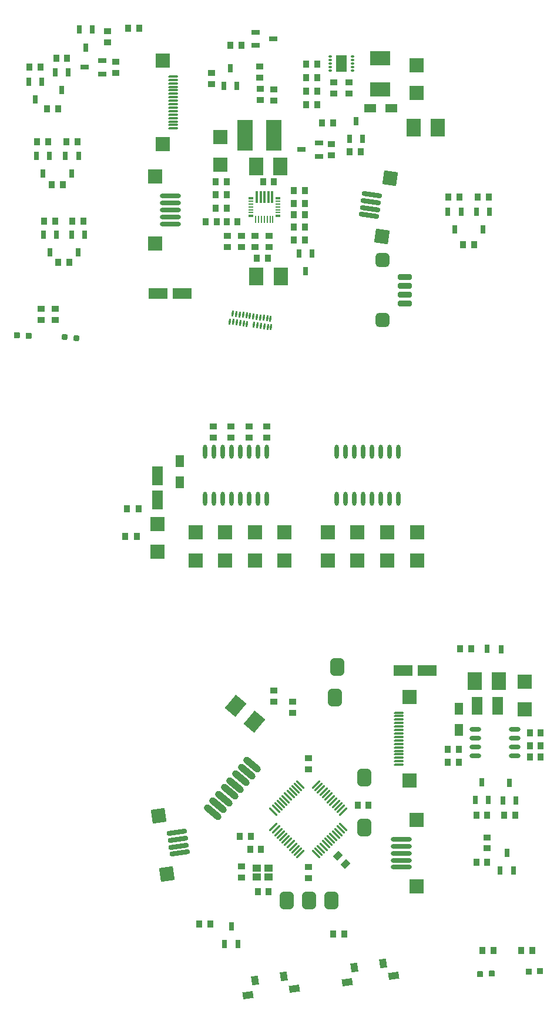
<source format=gbp>
G04 Layer_Color=128*
%FSLAX44Y44*%
%MOMM*%
G71*
G01*
G75*
%ADD11R,0.9000X1.1000*%
%ADD14R,1.1000X0.9000*%
%ADD25R,2.0000X2.5000*%
G04:AMPARAMS|DCode=29|XSize=0.3mm|YSize=1.7mm|CornerRadius=0mm|HoleSize=0mm|Usage=FLASHONLY|Rotation=135.000|XOffset=0mm|YOffset=0mm|HoleType=Round|Shape=Round|*
%AMOVALD29*
21,1,1.4000,0.3000,0.0000,0.0000,225.0*
1,1,0.3000,0.4950,0.4950*
1,1,0.3000,-0.4950,-0.4950*
%
%ADD29OVALD29*%

G04:AMPARAMS|DCode=30|XSize=0.3mm|YSize=1.7mm|CornerRadius=0mm|HoleSize=0mm|Usage=FLASHONLY|Rotation=45.000|XOffset=0mm|YOffset=0mm|HoleType=Round|Shape=Round|*
%AMOVALD30*
21,1,1.4000,0.3000,0.0000,0.0000,135.0*
1,1,0.3000,0.4950,-0.4950*
1,1,0.3000,-0.4950,0.4950*
%
%ADD30OVALD30*%

%ADD32R,0.7500X1.1500*%
%ADD33R,2.7500X1.5500*%
%ADD49O,3.0000X0.7000*%
%ADD50R,2.0000X2.0000*%
G04:AMPARAMS|DCode=51|XSize=2mm|YSize=2.5mm|CornerRadius=0mm|HoleSize=0mm|Usage=FLASHONLY|Rotation=140.000|XOffset=0mm|YOffset=0mm|HoleType=Round|Shape=Rectangle|*
%AMROTATEDRECTD51*
4,1,4,1.5695,0.3148,-0.0374,-1.6003,-1.5695,-0.3148,0.0374,1.6003,1.5695,0.3148,0.0*
%
%ADD51ROTATEDRECTD51*%

%ADD52O,1.7000X0.6000*%
%ADD53R,0.8000X1.2700*%
%ADD54R,1.3000X1.7000*%
%ADD55R,1.5000X2.5000*%
G04:AMPARAMS|DCode=56|XSize=1mm|YSize=3mm|CornerRadius=0mm|HoleSize=0mm|Usage=FLASHONLY|Rotation=230.000|XOffset=0mm|YOffset=0mm|HoleType=Round|Shape=Round|*
%AMOVALD56*
21,1,2.0000,1.0000,0.0000,0.0000,320.0*
1,1,1.0000,-0.7660,0.6428*
1,1,1.0000,0.7660,-0.6428*
%
%ADD56OVALD56*%

G04:AMPARAMS|DCode=57|XSize=1mm|YSize=1.27mm|CornerRadius=0mm|HoleSize=0mm|Usage=FLASHONLY|Rotation=188.000|XOffset=0mm|YOffset=0mm|HoleType=Round|Shape=Rectangle|*
%AMROTATEDRECTD57*
4,1,4,0.4068,0.6984,0.5835,-0.5592,-0.4068,-0.6984,-0.5835,0.5592,0.4068,0.6984,0.0*
%
%ADD57ROTATEDRECTD57*%

G04:AMPARAMS|DCode=58|XSize=1mm|YSize=1.5mm|CornerRadius=0mm|HoleSize=0mm|Usage=FLASHONLY|Rotation=98.000|XOffset=0mm|YOffset=0mm|HoleType=Round|Shape=Rectangle|*
%AMROTATEDRECTD58*
4,1,4,0.8123,-0.3908,-0.6731,-0.5995,-0.8123,0.3908,0.6731,0.5995,0.8123,-0.3908,0.0*
%
%ADD58ROTATEDRECTD58*%

%ADD59R,1.2000X1.0000*%
G04:AMPARAMS|DCode=60|XSize=1.1mm|YSize=0.9mm|CornerRadius=0mm|HoleSize=0mm|Usage=FLASHONLY|Rotation=225.000|XOffset=0mm|YOffset=0mm|HoleType=Round|Shape=Rectangle|*
%AMROTATEDRECTD60*
4,1,4,0.0707,0.7071,0.7071,0.0707,-0.0707,-0.7071,-0.7071,-0.0707,0.0707,0.7071,0.0*
%
%ADD60ROTATEDRECTD60*%

%ADD61O,1.5240X0.3000*%
%ADD62R,2.1500X2.1000*%
G04:AMPARAMS|DCode=63|XSize=2mm|YSize=2.5mm|CornerRadius=0.5mm|HoleSize=0mm|Usage=FLASHONLY|Rotation=180.000|XOffset=0mm|YOffset=0mm|HoleType=Round|Shape=RoundedRectangle|*
%AMROUNDEDRECTD63*
21,1,2.0000,1.5000,0,0,180.0*
21,1,1.0000,2.5000,0,0,180.0*
1,1,1.0000,-0.5000,0.7500*
1,1,1.0000,0.5000,0.7500*
1,1,1.0000,0.5000,-0.7500*
1,1,1.0000,-0.5000,-0.7500*
%
%ADD63ROUNDEDRECTD63*%
%ADD64P,1.1314X4X137.0*%
%ADD65P,1.1314X4X138.0*%
G04:AMPARAMS|DCode=66|XSize=0.7mm|YSize=3mm|CornerRadius=0mm|HoleSize=0mm|Usage=FLASHONLY|Rotation=98.000|XOffset=0mm|YOffset=0mm|HoleType=Round|Shape=Round|*
%AMOVALD66*
21,1,2.3000,0.7000,0.0000,0.0000,188.0*
1,1,0.7000,1.1388,0.1600*
1,1,0.7000,-1.1388,-0.1600*
%
%ADD66OVALD66*%

%ADD67P,2.8284X4X143.0*%
%ADD68P,1.1314X4X311.0*%
%ADD69P,1.1314X4X312.0*%
%ADD70R,2.2500X4.4000*%
G04:AMPARAMS|DCode=71|XSize=0.8mm|YSize=0.3mm|CornerRadius=0mm|HoleSize=0mm|Usage=FLASHONLY|Rotation=82.000|XOffset=0mm|YOffset=0mm|HoleType=Round|Shape=Rectangle|*
%AMROTATEDRECTD71*
4,1,4,0.0929,-0.4170,-0.2042,-0.3752,-0.0929,0.4170,0.2042,0.3752,0.0929,-0.4170,0.0*
%
%ADD71ROTATEDRECTD71*%

%ADD72R,1.1500X0.7500*%
%ADD73R,3.0000X2.0000*%
%ADD74R,1.5900X2.4000*%
%ADD75O,0.6500X0.3500*%
%ADD76R,0.3000X1.8000*%
%ADD77R,0.7000X0.2000*%
%ADD78R,0.7000X0.3000*%
%ADD79R,0.2000X1.0500*%
%ADD80R,1.7000X1.3000*%
G04:AMPARAMS|DCode=81|XSize=0.8mm|YSize=2mm|CornerRadius=0.2mm|HoleSize=0mm|Usage=FLASHONLY|Rotation=90.000|XOffset=0mm|YOffset=0mm|HoleType=Round|Shape=RoundedRectangle|*
%AMROUNDEDRECTD81*
21,1,0.8000,1.6000,0,0,90.0*
21,1,0.4000,2.0000,0,0,90.0*
1,1,0.4000,0.8000,0.2000*
1,1,0.4000,0.8000,-0.2000*
1,1,0.4000,-0.8000,-0.2000*
1,1,0.4000,-0.8000,0.2000*
%
%ADD81ROUNDEDRECTD81*%
G04:AMPARAMS|DCode=82|XSize=2mm|YSize=2mm|CornerRadius=0.5mm|HoleSize=0mm|Usage=FLASHONLY|Rotation=90.000|XOffset=0mm|YOffset=0mm|HoleType=Round|Shape=RoundedRectangle|*
%AMROUNDEDRECTD82*
21,1,2.0000,1.0000,0,0,90.0*
21,1,1.0000,2.0000,0,0,90.0*
1,1,1.0000,0.5000,0.5000*
1,1,1.0000,0.5000,-0.5000*
1,1,1.0000,-0.5000,-0.5000*
1,1,1.0000,-0.5000,0.5000*
%
%ADD82ROUNDEDRECTD82*%
G04:AMPARAMS|DCode=83|XSize=0.7mm|YSize=3mm|CornerRadius=0mm|HoleSize=0mm|Usage=FLASHONLY|Rotation=262.000|XOffset=0mm|YOffset=0mm|HoleType=Round|Shape=Round|*
%AMOVALD83*
21,1,2.3000,0.7000,0.0000,0.0000,352.0*
1,1,0.7000,-1.1388,0.1600*
1,1,0.7000,1.1388,-0.1600*
%
%ADD83OVALD83*%

%ADD84P,2.8284X4X307.0*%
%ADD88R,1.5500X2.7500*%
%ADD89O,0.6000X2.0000*%
D11*
X695967Y557288D02*
D03*
X711967D02*
D03*
X799635Y123620D02*
D03*
X783635D02*
D03*
X727967Y123288D02*
D03*
X743967D02*
D03*
X718967Y250288D02*
D03*
X734967D02*
D03*
X718967Y318288D02*
D03*
X734967D02*
D03*
X758967D02*
D03*
X774967D02*
D03*
X795967Y436288D02*
D03*
X811967D02*
D03*
X811967Y418288D02*
D03*
X795967D02*
D03*
X811967Y402288D02*
D03*
X795967D02*
D03*
X319967Y161288D02*
D03*
X335967D02*
D03*
X693967Y413288D02*
D03*
X677967D02*
D03*
X677967Y394288D02*
D03*
X693967D02*
D03*
X392967Y269288D02*
D03*
X408967D02*
D03*
X563967Y332288D02*
D03*
X547967D02*
D03*
X403967Y208288D02*
D03*
X419967D02*
D03*
X377967Y287288D02*
D03*
X393967D02*
D03*
X528967Y147288D02*
D03*
X512967D02*
D03*
X101847Y1287676D02*
D03*
X85847D02*
D03*
X474097Y1341176D02*
D03*
X490097D02*
D03*
X474097Y1379676D02*
D03*
X490097D02*
D03*
X737097Y1207926D02*
D03*
X721097D02*
D03*
X695097D02*
D03*
X679097D02*
D03*
X700097Y1139676D02*
D03*
X716097D02*
D03*
X490097Y1360426D02*
D03*
X474097D02*
D03*
X490097Y1399176D02*
D03*
X474097D02*
D03*
X364597Y1426426D02*
D03*
X380597D02*
D03*
X536847Y1273426D02*
D03*
X552847D02*
D03*
X512347Y1314926D02*
D03*
X496347D02*
D03*
X129597Y1407676D02*
D03*
X113597D02*
D03*
X91347Y1395426D02*
D03*
X75347D02*
D03*
X100097Y1335176D02*
D03*
X116097D02*
D03*
X359097Y1191926D02*
D03*
X343097D02*
D03*
X153097Y1172926D02*
D03*
X137097D02*
D03*
X375097Y1172676D02*
D03*
X359097D02*
D03*
X112597Y1172926D02*
D03*
X96597D02*
D03*
X116347Y1113926D02*
D03*
X132347D02*
D03*
X343097Y1229926D02*
D03*
X359097D02*
D03*
Y1210926D02*
D03*
X343097D02*
D03*
X472097Y1146176D02*
D03*
X456097D02*
D03*
Y1164926D02*
D03*
X472097D02*
D03*
X144097Y1287676D02*
D03*
X128097D02*
D03*
X123597Y1225676D02*
D03*
X107597Y1225675D02*
D03*
X328847Y1172676D02*
D03*
X344847D02*
D03*
X472097Y1198926D02*
D03*
X456097D02*
D03*
X472097Y1182426D02*
D03*
X456097D02*
D03*
X418847Y1119926D02*
D03*
X402847D02*
D03*
X427597Y1230176D02*
D03*
X411597D02*
D03*
X456097Y1217176D02*
D03*
X472097D02*
D03*
X217097Y1451176D02*
D03*
X233097D02*
D03*
X232838Y759506D02*
D03*
X215317D02*
D03*
X230338Y719506D02*
D03*
X212817D02*
D03*
D14*
X426967Y497288D02*
D03*
Y481288D02*
D03*
X734967Y286288D02*
D03*
Y270288D02*
D03*
X380967Y228288D02*
D03*
Y244288D02*
D03*
X476967Y227288D02*
D03*
Y243288D02*
D03*
Y400288D02*
D03*
Y384288D02*
D03*
X453967Y481288D02*
D03*
Y465288D02*
D03*
X406847Y1379926D02*
D03*
X406847Y1395926D02*
D03*
X407347Y1347426D02*
D03*
Y1363426D02*
D03*
X337097Y1386676D02*
D03*
Y1370676D02*
D03*
X427097Y1347176D02*
D03*
Y1363176D02*
D03*
X510347Y1267926D02*
D03*
Y1283926D02*
D03*
X360347Y1136176D02*
D03*
Y1152176D02*
D03*
X112097Y1047176D02*
D03*
Y1031176D02*
D03*
X91847Y1047176D02*
D03*
Y1031176D02*
D03*
X380347Y1152176D02*
D03*
Y1136176D02*
D03*
X420347Y1152176D02*
D03*
Y1136176D02*
D03*
X400347Y1152176D02*
D03*
Y1136176D02*
D03*
X535347Y1356926D02*
D03*
Y1372926D02*
D03*
X513347D02*
D03*
Y1356926D02*
D03*
X187847Y1446426D02*
D03*
Y1430426D02*
D03*
X199097Y1402676D02*
D03*
Y1386676D02*
D03*
X391827Y862007D02*
D03*
Y878007D02*
D03*
X416827Y862007D02*
D03*
Y878007D02*
D03*
X365827Y862007D02*
D03*
Y878007D02*
D03*
X339827Y862007D02*
D03*
Y878007D02*
D03*
D25*
X751467Y511287D02*
D03*
X716468Y511287D02*
D03*
X437096Y1093426D02*
D03*
X402097Y1093426D02*
D03*
X628346Y1307927D02*
D03*
X663345Y1307926D02*
D03*
X436847Y1251675D02*
D03*
X401848D02*
D03*
D29*
X527171Y323602D02*
D03*
X523636Y327138D02*
D03*
X520100Y330673D02*
D03*
X516565Y334209D02*
D03*
X513029Y337744D02*
D03*
X509494Y341280D02*
D03*
X505958Y344815D02*
D03*
X502423Y348351D02*
D03*
X498887Y351886D02*
D03*
X495351Y355422D02*
D03*
X491816Y358957D02*
D03*
X488280Y362493D02*
D03*
X426762Y300975D02*
D03*
X430298Y297439D02*
D03*
X433833Y293904D02*
D03*
X437369Y290368D02*
D03*
X440904Y286833D02*
D03*
X444440Y283297D02*
D03*
X447975Y279761D02*
D03*
X451511Y276226D02*
D03*
X455047Y272690D02*
D03*
X458582Y269155D02*
D03*
X462118Y265619D02*
D03*
X465653Y262084D02*
D03*
D30*
X488280D02*
D03*
X491816Y265619D02*
D03*
X495351Y269155D02*
D03*
X498887Y272690D02*
D03*
X502423Y276226D02*
D03*
X505958Y279761D02*
D03*
X509494Y283297D02*
D03*
X513029Y286833D02*
D03*
X516565Y290368D02*
D03*
X520100Y293904D02*
D03*
X523636Y297439D02*
D03*
X527171Y300975D02*
D03*
X465653Y362493D02*
D03*
X462118Y358957D02*
D03*
X458582Y355422D02*
D03*
X455046Y351886D02*
D03*
X451511Y348351D02*
D03*
X447975Y344815D02*
D03*
X444440Y341280D02*
D03*
X440904Y337744D02*
D03*
X437369Y334209D02*
D03*
X433833Y330673D02*
D03*
X430298Y327138D02*
D03*
X426762Y323602D02*
D03*
D32*
X772467Y238538D02*
D03*
X753467D02*
D03*
X762967Y264038D02*
D03*
X776467Y339538D02*
D03*
X757467D02*
D03*
X766967Y365038D02*
D03*
X736467Y339788D02*
D03*
X717467D02*
D03*
X726967Y365288D02*
D03*
X375467Y132788D02*
D03*
X356467D02*
D03*
X365967Y158288D02*
D03*
X73847Y1373676D02*
D03*
X92847D02*
D03*
X83347Y1348176D02*
D03*
X95097Y1153676D02*
D03*
X114097D02*
D03*
X104597Y1128176D02*
D03*
X555347Y1291426D02*
D03*
X536347D02*
D03*
X545847Y1316926D02*
D03*
X719097Y1187176D02*
D03*
X738097D02*
D03*
X728597Y1161676D02*
D03*
X678097Y1187176D02*
D03*
X697097D02*
D03*
X687597Y1161676D02*
D03*
X374097Y1367676D02*
D03*
X355097D02*
D03*
X364597Y1393176D02*
D03*
X112097Y1387426D02*
D03*
X131097D02*
D03*
X121597Y1361926D02*
D03*
X135847Y1153676D02*
D03*
X154847D02*
D03*
X145347Y1128176D02*
D03*
X463597Y1126426D02*
D03*
X482597D02*
D03*
X473097Y1100926D02*
D03*
X85097Y1266926D02*
D03*
X104097D02*
D03*
X94597Y1241426D02*
D03*
X126847Y1266926D02*
D03*
X145847D02*
D03*
X136347Y1241426D02*
D03*
X156347Y1423426D02*
D03*
X165847Y1448926D02*
D03*
X146847D02*
D03*
D33*
X613717Y526288D02*
D03*
X648217D02*
D03*
X260847Y1069176D02*
D03*
X295347D02*
D03*
D49*
X610967Y253288D02*
D03*
Y273288D02*
D03*
Y283288D02*
D03*
Y263288D02*
D03*
Y243288D02*
D03*
X278597Y1209426D02*
D03*
Y1189426D02*
D03*
Y1169426D02*
D03*
Y1179426D02*
D03*
Y1199426D02*
D03*
D50*
X632967Y215288D02*
D03*
Y311288D02*
D03*
X622467Y368288D02*
D03*
X622467Y488288D02*
D03*
X267597Y1404176D02*
D03*
Y1284176D02*
D03*
X256597Y1141426D02*
D03*
Y1237426D02*
D03*
D51*
X399372Y453041D02*
D03*
X372561Y475538D02*
D03*
D52*
X774467Y441338D02*
D03*
Y428638D02*
D03*
Y415938D02*
D03*
Y403238D02*
D03*
X717467Y441338D02*
D03*
Y428638D02*
D03*
Y415938D02*
D03*
Y403238D02*
D03*
D53*
X734868Y557288D02*
D03*
X755068Y557287D02*
D03*
D54*
X693967Y471768D02*
D03*
Y441288D02*
D03*
X291827Y797007D02*
D03*
Y827487D02*
D03*
D55*
X719967Y475288D02*
D03*
X749967D02*
D03*
D56*
X396200Y390614D02*
D03*
X388037Y380886D02*
D03*
X379873Y371157D02*
D03*
X371710Y361428D02*
D03*
X363546Y351700D02*
D03*
X355383Y341971D02*
D03*
X347220Y332242D02*
D03*
X339056Y322513D02*
D03*
D57*
X441922Y86100D02*
D03*
X399836Y80185D02*
D03*
X584922Y105100D02*
D03*
X542836Y99185D02*
D03*
D58*
X457084Y68034D02*
D03*
X390241Y58640D02*
D03*
X600084Y87034D02*
D03*
X533241Y77640D02*
D03*
D59*
X419467Y228788D02*
D03*
X402467Y228788D02*
D03*
X419467Y241788D02*
D03*
X402467Y241788D02*
D03*
D60*
X530674Y247975D02*
D03*
X519360Y259288D02*
D03*
D61*
X607467Y390788D02*
D03*
Y395788D02*
D03*
Y400788D02*
D03*
X607467Y405788D02*
D03*
Y410788D02*
D03*
Y415788D02*
D03*
X607467Y420788D02*
D03*
Y425788D02*
D03*
Y430788D02*
D03*
Y435788D02*
D03*
X607467Y440788D02*
D03*
Y445788D02*
D03*
X607467Y450788D02*
D03*
Y455788D02*
D03*
Y460788D02*
D03*
Y465788D02*
D03*
X282597Y1381676D02*
D03*
Y1376676D02*
D03*
Y1371676D02*
D03*
Y1366676D02*
D03*
Y1361676D02*
D03*
Y1356676D02*
D03*
Y1351676D02*
D03*
Y1346676D02*
D03*
Y1341676D02*
D03*
Y1336676D02*
D03*
Y1331676D02*
D03*
Y1326676D02*
D03*
Y1321676D02*
D03*
Y1316676D02*
D03*
Y1311676D02*
D03*
Y1306676D02*
D03*
D62*
X788967Y470288D02*
D03*
Y510288D02*
D03*
X349847Y1294426D02*
D03*
X349847Y1254426D02*
D03*
X632597Y1357926D02*
D03*
X632597Y1397926D02*
D03*
X259327Y697007D02*
D03*
Y737007D02*
D03*
X504827Y685007D02*
D03*
Y725007D02*
D03*
X547827Y685007D02*
D03*
Y725007D02*
D03*
X633827Y685007D02*
D03*
Y725007D02*
D03*
X590827Y685007D02*
D03*
Y725007D02*
D03*
X399827Y685007D02*
D03*
Y725007D02*
D03*
X314827Y685007D02*
D03*
Y725007D02*
D03*
X442327Y685007D02*
D03*
Y725007D02*
D03*
X357327Y685007D02*
D03*
Y725007D02*
D03*
D63*
X557967Y300288D02*
D03*
Y372288D02*
D03*
X509967Y195288D02*
D03*
X477967D02*
D03*
X445967D02*
D03*
X518967Y531288D02*
D03*
X514967Y487288D02*
D03*
D64*
X794622Y93169D02*
D03*
X811111Y93745D02*
D03*
D65*
X724556Y89794D02*
D03*
X741034Y90658D02*
D03*
D66*
X287587Y293318D02*
D03*
X290371Y273512D02*
D03*
X291763Y263610D02*
D03*
X288979Y283415D02*
D03*
D67*
X261479Y317418D02*
D03*
X273309Y233246D02*
D03*
D68*
X126137Y1006077D02*
D03*
X142597Y1004926D02*
D03*
D69*
X57473Y1008877D02*
D03*
X73951Y1008014D02*
D03*
D70*
X426847Y1296926D02*
D03*
X385347D02*
D03*
D71*
X423329Y1020466D02*
D03*
X418377Y1021163D02*
D03*
X413426Y1021858D02*
D03*
X408474Y1022554D02*
D03*
X403523Y1023250D02*
D03*
X398572Y1023946D02*
D03*
X388669Y1025338D02*
D03*
X383718Y1026034D02*
D03*
X378767Y1026730D02*
D03*
X373815Y1027425D02*
D03*
X368864Y1028121D02*
D03*
X363912Y1028817D02*
D03*
X368058Y1040352D02*
D03*
X373009Y1039656D02*
D03*
X377961Y1038960D02*
D03*
X382912Y1038265D02*
D03*
X387863Y1037569D02*
D03*
X392815Y1036873D02*
D03*
X397766Y1036177D02*
D03*
X402718Y1035481D02*
D03*
X407669Y1034786D02*
D03*
X412620Y1034090D02*
D03*
X417571Y1033394D02*
D03*
X422523Y1032698D02*
D03*
D72*
X492347Y1285676D02*
D03*
Y1266676D02*
D03*
X466847Y1276176D02*
D03*
X400597Y1426426D02*
D03*
Y1445426D02*
D03*
X426097Y1435926D02*
D03*
X154347Y1394676D02*
D03*
X179847Y1385176D02*
D03*
Y1404176D02*
D03*
D73*
X580847Y1408176D02*
D03*
Y1363176D02*
D03*
D74*
X524597Y1399926D02*
D03*
D75*
X541097Y1389926D02*
D03*
X541097Y1394926D02*
D03*
Y1399926D02*
D03*
Y1404926D02*
D03*
X541097Y1409926D02*
D03*
X508097D02*
D03*
Y1404926D02*
D03*
Y1399926D02*
D03*
Y1394926D02*
D03*
Y1389926D02*
D03*
D76*
X424847Y1207676D02*
D03*
X419347Y1207676D02*
D03*
X402847Y1207676D02*
D03*
X408347Y1207676D02*
D03*
X413847Y1207676D02*
D03*
D77*
X433347Y1193676D02*
D03*
X433347Y1197676D02*
D03*
X433347Y1201676D02*
D03*
X394347D02*
D03*
Y1197676D02*
D03*
Y1193676D02*
D03*
X433347Y1189676D02*
D03*
Y1185676D02*
D03*
X394347Y1185676D02*
D03*
X394347Y1189676D02*
D03*
D78*
X433347Y1206676D02*
D03*
X394347D02*
D03*
X433347Y1180676D02*
D03*
X394347Y1180676D02*
D03*
D79*
X413847Y1175926D02*
D03*
X409597Y1176176D02*
D03*
X405347Y1176176D02*
D03*
X401347Y1176176D02*
D03*
X417847Y1175926D02*
D03*
X421847D02*
D03*
X425847D02*
D03*
D80*
X596337Y1335676D02*
D03*
X565857Y1335676D02*
D03*
D81*
X616347Y1092676D02*
D03*
Y1080176D02*
D03*
Y1067426D02*
D03*
Y1054676D02*
D03*
D82*
X583847Y1031176D02*
D03*
Y1117176D02*
D03*
D83*
X564301Y1181497D02*
D03*
X567085Y1201302D02*
D03*
X568476Y1211205D02*
D03*
X565693Y1191400D02*
D03*
D84*
X582755Y1151133D02*
D03*
X594585Y1235306D02*
D03*
D88*
X259327Y772257D02*
D03*
Y806757D02*
D03*
D89*
X327877Y841507D02*
D03*
X340577D02*
D03*
X353277Y841507D02*
D03*
X365977Y841507D02*
D03*
X378677D02*
D03*
X391377Y841507D02*
D03*
X404077Y841507D02*
D03*
X416777D02*
D03*
X327877Y773507D02*
D03*
X340577Y773507D02*
D03*
X353277Y773507D02*
D03*
X365977D02*
D03*
X378677D02*
D03*
X391377D02*
D03*
X404077Y773507D02*
D03*
X416777Y773507D02*
D03*
X517877Y841507D02*
D03*
X530577Y841507D02*
D03*
X543277Y841507D02*
D03*
X555977Y841507D02*
D03*
X568677Y841507D02*
D03*
X581377D02*
D03*
X594077Y841507D02*
D03*
X606777Y841507D02*
D03*
X517877Y773507D02*
D03*
X530577Y773507D02*
D03*
X543277Y773507D02*
D03*
X555977D02*
D03*
X568677D02*
D03*
X581377D02*
D03*
X594077Y773507D02*
D03*
X606777Y773507D02*
D03*
M02*

</source>
